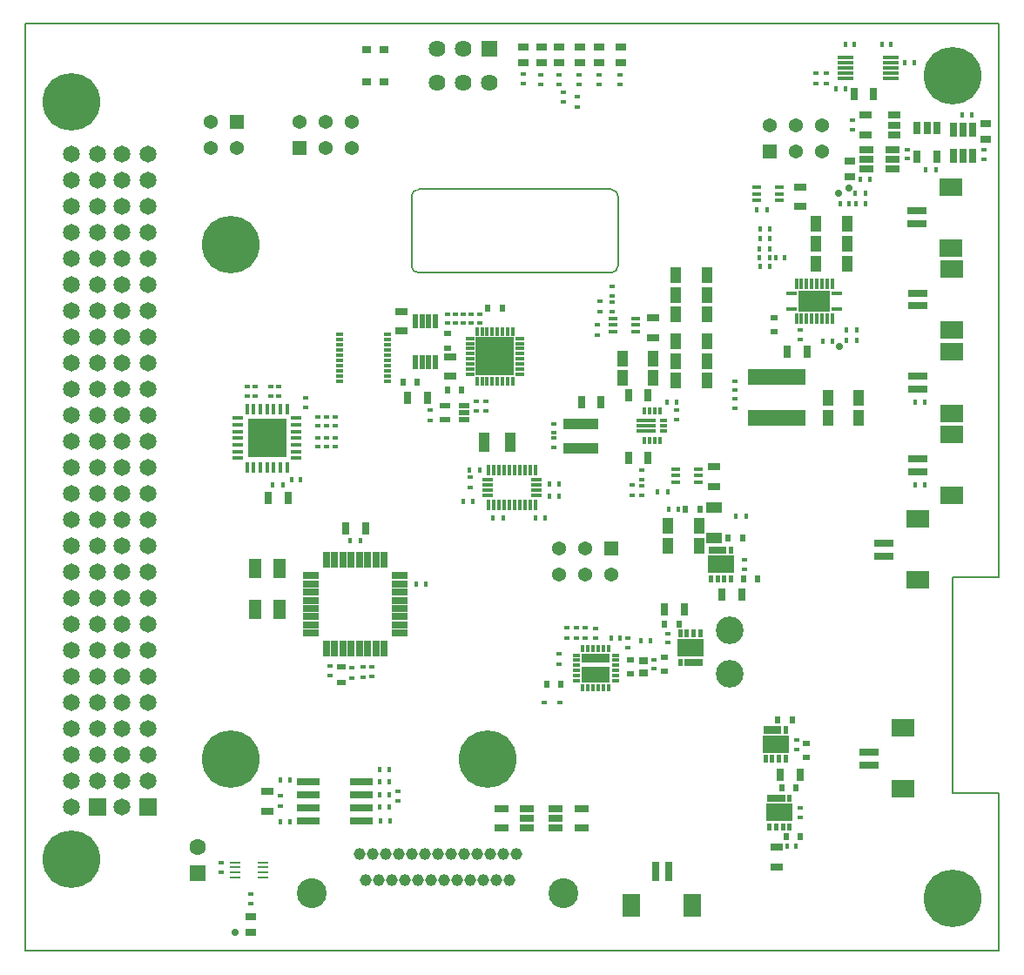
<source format=gts>
G04*
G04 #@! TF.GenerationSoftware,Altium Limited,Altium Designer,18.1.9 (240)*
G04*
G04 Layer_Color=8388736*
%FSLAX44Y44*%
%MOMM*%
G71*
G01*
G75*
%ADD16C,0.1520*%
%ADD21R,1.0000X1.6000*%
%ADD22R,0.8000X1.3000*%
%ADD23R,1.1112X0.2540*%
%ADD24R,1.6000X1.0000*%
%ADD25R,0.4500X0.6000*%
%ADD26R,0.4000X0.6000*%
%ADD27R,0.6000X0.8000*%
%ADD28R,1.3000X0.8000*%
%ADD32R,0.6000X0.4000*%
%ADD40R,0.8000X0.6000*%
%ADD41R,0.6000X0.4500*%
%ADD43R,0.5032X0.3556*%
%ADD48R,0.9000X0.5000*%
%ADD51R,0.7000X1.3000*%
%ADD57R,1.3000X0.7000*%
%ADD79R,0.4016X0.7016*%
%ADD80R,1.7016X0.7016*%
%ADD81R,2.5016X1.7016*%
%ADD82R,0.8016X1.9016*%
%ADD83R,1.7016X2.3016*%
%ADD84R,0.3616X1.0016*%
%ADD85R,1.0016X0.3616*%
%ADD86R,3.0516X2.0516*%
%ADD87C,0.7016*%
%ADD88R,0.9016X0.6516*%
%ADD89R,1.2016X0.7016*%
%ADD90R,0.8516X0.8016*%
%ADD91R,1.1416X0.4316*%
%ADD92R,0.4316X1.1416*%
%ADD93R,3.8016X3.8016*%
%ADD94R,2.3016X0.7016*%
%ADD95R,5.6016X1.5316*%
%ADD96R,1.0016X0.8016*%
%ADD97R,1.3716X0.6604*%
%ADD98R,1.5516X0.4016*%
%ADD99R,0.7016X1.2016*%
%ADD100R,0.6604X1.3716*%
%ADD101R,0.9416X0.3616*%
%ADD102R,0.3616X0.9416*%
%ADD103R,3.7016X3.7016*%
%ADD104R,0.5516X1.4516*%
%ADD105R,1.1016X0.5716*%
%ADD106R,1.1016X0.3516*%
%ADD107R,0.3516X1.1016*%
%ADD108R,3.5016X1.0816*%
%ADD109R,0.8016X0.4016*%
%ADD110R,1.9016X0.8016*%
%ADD111R,2.3016X1.7016*%
%ADD112R,1.3216X0.7016*%
%ADD113R,1.3016X1.9016*%
%ADD114R,1.6016X0.6516*%
%ADD115R,0.6516X1.6016*%
%ADD116R,1.1016X1.9016*%
%ADD117R,0.9516X0.4516*%
%ADD118R,0.3416X0.7016*%
%ADD119R,0.7016X0.3416*%
%ADD120R,1.8916X0.3216*%
%ADD121R,2.8016X0.9516*%
%ADD122R,2.8016X1.5516*%
%ADD123R,0.3416X0.6766*%
%ADD124R,0.6766X0.3416*%
%ADD125C,1.1684*%
%ADD126C,2.8956*%
%ADD127C,1.3716*%
%ADD128R,1.3716X1.3716*%
%ADD129R,1.6256X1.6256*%
%ADD130C,1.6256*%
%ADD131C,2.6924*%
%ADD132R,1.6516X1.6516*%
%ADD133C,1.6516*%
%ADD134C,0.1016*%
%ADD135C,1.6016*%
%ADD136R,1.6016X1.6016*%
%ADD137C,5.6016*%
G36*
X745549Y144927D02*
X741140D01*
Y152320D01*
X745549D01*
Y144927D01*
D02*
G37*
G36*
X739043Y144925D02*
X721640D01*
Y152320D01*
X739043D01*
Y144925D01*
D02*
G37*
G36*
X745542Y116917D02*
X741140D01*
Y124320D01*
X745542D01*
Y116917D01*
D02*
G37*
G36*
X739048Y116894D02*
X734640D01*
Y124320D01*
X739048D01*
Y116894D01*
D02*
G37*
G36*
X726028Y116893D02*
X721640D01*
Y124320D01*
X726028D01*
Y116893D01*
D02*
G37*
G36*
X732538Y116889D02*
X728140D01*
Y124320D01*
X732538D01*
Y116889D01*
D02*
G37*
G36*
X741621Y211149D02*
X737213D01*
Y218542D01*
X741621D01*
Y211149D01*
D02*
G37*
G36*
X735115Y211147D02*
X717712D01*
Y218542D01*
X735115D01*
Y211147D01*
D02*
G37*
G36*
X741615Y183138D02*
X737213D01*
Y190541D01*
X741615D01*
Y183138D01*
D02*
G37*
G36*
X735121Y183115D02*
X730713D01*
Y190541D01*
X735121D01*
Y183115D01*
D02*
G37*
G36*
X722101Y183114D02*
X717712D01*
Y190541D01*
X722101D01*
Y183114D01*
D02*
G37*
G36*
X728611Y183111D02*
X724212D01*
Y190541D01*
X728611D01*
Y183111D01*
D02*
G37*
G36*
X658634Y304984D02*
X654246D01*
Y312411D01*
X658634D01*
Y304984D01*
D02*
G37*
G36*
X652134D02*
X647736D01*
Y312415D01*
X652134D01*
Y304984D01*
D02*
G37*
G36*
X645634D02*
X641226D01*
Y312410D01*
X645634D01*
Y304984D01*
D02*
G37*
G36*
X639134D02*
X634732D01*
Y312387D01*
X639134D01*
Y304984D01*
D02*
G37*
G36*
X658634Y276984D02*
X641231D01*
Y284379D01*
X658634D01*
Y276984D01*
D02*
G37*
G36*
X639134D02*
X634725D01*
Y284377D01*
X639134D01*
Y276984D01*
D02*
G37*
G36*
X688478Y386227D02*
X684070D01*
Y393620D01*
X688478D01*
Y386227D01*
D02*
G37*
G36*
X681972Y386225D02*
X664570D01*
Y393620D01*
X681972D01*
Y386225D01*
D02*
G37*
G36*
X688472Y358217D02*
X684070D01*
Y365620D01*
X688472D01*
Y358217D01*
D02*
G37*
G36*
X681978Y358194D02*
X677570D01*
Y365620D01*
X681978D01*
Y358194D01*
D02*
G37*
G36*
X668958Y358193D02*
X664570D01*
Y365620D01*
X668958D01*
Y358193D01*
D02*
G37*
G36*
X675468Y358189D02*
X671070D01*
Y365620D01*
X675468D01*
Y358189D01*
D02*
G37*
D16*
X576580Y733724D02*
G03*
X569484Y740820I-7096J0D01*
G01*
X382680Y740820D02*
G03*
X375604Y733744I-0J-7076D01*
G01*
X375604Y666558D02*
G03*
X382642Y659520I7038J0D01*
G01*
X569299Y659520D02*
G03*
X576580Y666801I0J7281D01*
G01*
X382680Y740820D02*
X569484Y740820D01*
X375604Y733744D02*
X375604Y666558D01*
X382642Y659520D02*
X569299Y659520D01*
X576580Y666801D02*
X576580Y733724D01*
X946658Y363220D02*
Y901700D01*
X0D02*
X946658D01*
X0Y0D02*
Y901700D01*
Y0D02*
X946658D01*
Y153670D01*
X901700D02*
X946658D01*
X901700D02*
Y363220D01*
X946658D01*
D21*
X655080Y394138D02*
D03*
X625080D02*
D03*
X655080Y413258D02*
D03*
X625080D02*
D03*
X662616Y657338D02*
D03*
X632616D02*
D03*
X662616Y638275D02*
D03*
X632616D02*
D03*
X662616Y619212D02*
D03*
X632616D02*
D03*
X580630Y576250D02*
D03*
X610630D02*
D03*
X580630Y557700D02*
D03*
X610630D02*
D03*
X799133Y687914D02*
D03*
X769133D02*
D03*
X799133Y668169D02*
D03*
X769133D02*
D03*
X799133Y707659D02*
D03*
X769133D02*
D03*
X632616Y592813D02*
D03*
X662616D02*
D03*
X632616Y573750D02*
D03*
X662616D02*
D03*
X632616Y554687D02*
D03*
X662616D02*
D03*
X780465Y518411D02*
D03*
X810465D02*
D03*
X780465Y538168D02*
D03*
X810465D02*
D03*
D22*
X824840Y833120D02*
D03*
X805840D02*
D03*
X372046Y538374D02*
D03*
X391046D02*
D03*
X236359Y440704D02*
D03*
X255359D02*
D03*
X605751Y540690D02*
D03*
X586751D02*
D03*
X330748Y410718D02*
D03*
X311748D02*
D03*
X734472Y171744D02*
D03*
X753472D02*
D03*
X605751Y479730D02*
D03*
X586751D02*
D03*
X677824Y347050D02*
D03*
X696824D02*
D03*
X640944Y332204D02*
D03*
X621944D02*
D03*
D23*
X230924Y71240D02*
D03*
Y76240D02*
D03*
Y81240D02*
D03*
Y86240D02*
D03*
X203924D02*
D03*
Y81240D02*
D03*
Y76240D02*
D03*
Y71240D02*
D03*
D24*
X669828Y401560D02*
D03*
Y431560D02*
D03*
D25*
X690894Y422640D02*
D03*
X700894D02*
D03*
X240446Y453404D02*
D03*
X250446D02*
D03*
X798553Y604187D02*
D03*
X808553D02*
D03*
X798553Y594027D02*
D03*
X808553D02*
D03*
X785360Y593217D02*
D03*
X775360D02*
D03*
X797994Y838200D02*
D03*
X787994D02*
D03*
X614760Y446859D02*
D03*
X624760D02*
D03*
X721304Y720700D02*
D03*
X711304D02*
D03*
X316248Y398780D02*
D03*
X326248D02*
D03*
X875444Y759460D02*
D03*
X885444D02*
D03*
X431880Y467900D02*
D03*
X441880D02*
D03*
X454804Y421000D02*
D03*
X464804D02*
D03*
X807137Y736600D02*
D03*
X817137D02*
D03*
X713633Y674208D02*
D03*
X723633D02*
D03*
X713633Y682797D02*
D03*
X723633D02*
D03*
D26*
X625968Y429260D02*
D03*
X634968D02*
D03*
X740784Y101600D02*
D03*
X749784D02*
D03*
X821440Y750206D02*
D03*
X812440D02*
D03*
X797244Y881700D02*
D03*
X806244D02*
D03*
X258950Y458400D02*
D03*
X267950D02*
D03*
X380248Y357104D02*
D03*
X389248D02*
D03*
X354034Y176144D02*
D03*
X345034D02*
D03*
Y164714D02*
D03*
X354034D02*
D03*
Y152014D02*
D03*
X345034D02*
D03*
X354044Y139834D02*
D03*
X345044D02*
D03*
X345614Y126614D02*
D03*
X354614D02*
D03*
X257514Y165984D02*
D03*
X248514D02*
D03*
X257514Y125344D02*
D03*
X248514D02*
D03*
X841804Y881700D02*
D03*
X832804D02*
D03*
X864544Y863600D02*
D03*
X855544D02*
D03*
X911424Y812800D02*
D03*
X920424D02*
D03*
X510104Y454277D02*
D03*
X519104D02*
D03*
X569489Y304264D02*
D03*
X578489D02*
D03*
X608004Y301724D02*
D03*
X599004D02*
D03*
X865704Y453400D02*
D03*
X874704D02*
D03*
X865704Y533400D02*
D03*
X874704D02*
D03*
X426284Y436880D02*
D03*
X435284D02*
D03*
X505354Y421000D02*
D03*
X496354D02*
D03*
X519104Y441960D02*
D03*
X510104D02*
D03*
X807940Y726440D02*
D03*
X816940D02*
D03*
X723883Y693237D02*
D03*
X714883D02*
D03*
X723883Y665619D02*
D03*
X714883D02*
D03*
X738630Y674208D02*
D03*
X729630D02*
D03*
X792397Y726440D02*
D03*
X801397D02*
D03*
X723883Y701826D02*
D03*
X714883D02*
D03*
X624404Y533400D02*
D03*
X633404D02*
D03*
D27*
X642030Y429260D02*
D03*
X656030D02*
D03*
X753876Y110980D02*
D03*
X739876D02*
D03*
X749456Y158280D02*
D03*
X735456D02*
D03*
X712371Y361920D02*
D03*
X698371D02*
D03*
X449720Y625280D02*
D03*
X463720D02*
D03*
X367334Y553324D02*
D03*
X381334D02*
D03*
X424514Y545778D02*
D03*
X410514D02*
D03*
X745972Y225084D02*
D03*
X731972D02*
D03*
X697399Y401320D02*
D03*
X683399D02*
D03*
X621904Y318044D02*
D03*
X635904D02*
D03*
X506884Y259708D02*
D03*
X520884D02*
D03*
D28*
X730340Y100940D02*
D03*
Y81940D02*
D03*
X235234Y136164D02*
D03*
Y155164D02*
D03*
X365500Y622148D02*
D03*
Y603148D02*
D03*
X413330Y558748D02*
D03*
Y577748D02*
D03*
D32*
X753876Y138920D02*
D03*
Y129920D02*
D03*
X699304Y380620D02*
D03*
Y371620D02*
D03*
X301390Y519664D02*
D03*
Y510664D02*
D03*
X272978Y528660D02*
D03*
Y537660D02*
D03*
X215908Y548699D02*
D03*
Y539699D02*
D03*
X223528Y548699D02*
D03*
Y539699D02*
D03*
X239060Y548699D02*
D03*
Y539699D02*
D03*
X246680Y548699D02*
D03*
Y539699D02*
D03*
X292958Y510704D02*
D03*
Y519704D02*
D03*
X284814Y510744D02*
D03*
Y519744D02*
D03*
X292958Y490383D02*
D03*
Y499383D02*
D03*
X284814Y490384D02*
D03*
Y499384D02*
D03*
X301390Y490344D02*
D03*
Y499344D02*
D03*
X296198Y267864D02*
D03*
Y276864D02*
D03*
X337378Y267264D02*
D03*
Y276264D02*
D03*
X690270Y554379D02*
D03*
Y545379D02*
D03*
Y537179D02*
D03*
Y528179D02*
D03*
X753910Y594628D02*
D03*
Y603628D02*
D03*
X518832Y851973D02*
D03*
Y842973D02*
D03*
X501527Y851973D02*
D03*
Y842973D02*
D03*
X484509Y852973D02*
D03*
Y843973D02*
D03*
X538443Y851973D02*
D03*
Y842973D02*
D03*
X557780Y851973D02*
D03*
Y842973D02*
D03*
X578595Y851973D02*
D03*
Y842973D02*
D03*
X523403Y835080D02*
D03*
Y826080D02*
D03*
X857504Y779460D02*
D03*
Y770460D02*
D03*
X932180Y770300D02*
D03*
Y779300D02*
D03*
X513649Y512871D02*
D03*
Y503871D02*
D03*
Y498700D02*
D03*
Y489700D02*
D03*
X438904Y525499D02*
D03*
Y534499D02*
D03*
X441706Y610590D02*
D03*
Y619590D02*
D03*
X433832D02*
D03*
Y610590D02*
D03*
X426281Y619590D02*
D03*
Y610590D02*
D03*
X418473Y619590D02*
D03*
Y610590D02*
D03*
X410464Y619590D02*
D03*
Y610590D02*
D03*
X624654Y299734D02*
D03*
Y308734D02*
D03*
X750093Y196341D02*
D03*
Y205341D02*
D03*
X554864Y304234D02*
D03*
Y313234D02*
D03*
X611767Y274364D02*
D03*
Y283364D02*
D03*
X570484Y630876D02*
D03*
Y621876D02*
D03*
X633730Y525728D02*
D03*
Y516728D02*
D03*
X570484Y645950D02*
D03*
Y636950D02*
D03*
X599484Y452302D02*
D03*
Y443302D02*
D03*
X599520Y467536D02*
D03*
Y458536D02*
D03*
X190500Y85740D02*
D03*
Y76740D02*
D03*
X219649Y55400D02*
D03*
Y46400D02*
D03*
D40*
X728252Y616288D02*
D03*
Y602288D02*
D03*
X410972Y600598D02*
D03*
Y586598D02*
D03*
X759613Y202104D02*
D03*
Y188104D02*
D03*
X621284Y285868D02*
D03*
Y271868D02*
D03*
X588264Y283324D02*
D03*
Y269324D02*
D03*
D41*
X804164Y798373D02*
D03*
Y808373D02*
D03*
X328508Y276124D02*
D03*
Y266124D02*
D03*
X317782Y275564D02*
D03*
Y265564D02*
D03*
X362844Y145664D02*
D03*
Y155664D02*
D03*
X247904Y140724D02*
D03*
Y150724D02*
D03*
X779034Y853758D02*
D03*
Y843758D02*
D03*
X768874Y853758D02*
D03*
Y843758D02*
D03*
X537188Y820983D02*
D03*
Y830983D02*
D03*
X556260Y598981D02*
D03*
Y608981D02*
D03*
X448048Y534999D02*
D03*
Y524999D02*
D03*
X393768Y515828D02*
D03*
Y525828D02*
D03*
X518964Y288944D02*
D03*
Y278944D02*
D03*
X585724Y304734D02*
D03*
Y294734D02*
D03*
X526570Y314344D02*
D03*
Y304344D02*
D03*
X535739Y314344D02*
D03*
Y304344D02*
D03*
X544364Y314344D02*
D03*
Y304344D02*
D03*
X432364Y460780D02*
D03*
Y450780D02*
D03*
X559054Y622126D02*
D03*
Y632126D02*
D03*
X590098Y443552D02*
D03*
Y453552D02*
D03*
D43*
X519581Y241272D02*
D03*
X504547D02*
D03*
D48*
X307238Y261184D02*
D03*
Y276184D02*
D03*
D51*
X741324Y582510D02*
D03*
X760324D02*
D03*
X541089Y533451D02*
D03*
X560089D02*
D03*
D57*
X610713Y596675D02*
D03*
Y615675D02*
D03*
X753910Y724248D02*
D03*
Y743248D02*
D03*
X669828Y451904D02*
D03*
Y470904D02*
D03*
D79*
X723840Y120620D02*
D03*
X730340D02*
D03*
X736840D02*
D03*
X743340D02*
D03*
Y148620D02*
D03*
X719912Y186842D02*
D03*
X726413D02*
D03*
X732913D02*
D03*
X739413D02*
D03*
Y214841D02*
D03*
X666770Y361920D02*
D03*
X673270D02*
D03*
X679770D02*
D03*
X686270D02*
D03*
Y389920D02*
D03*
X656434Y308684D02*
D03*
X649934D02*
D03*
X643434D02*
D03*
X636934D02*
D03*
Y280684D02*
D03*
D80*
X730340Y148620D02*
D03*
X726413Y214841D02*
D03*
X673270Y389920D02*
D03*
X649934Y280684D02*
D03*
D81*
X733590Y134620D02*
D03*
X729662Y200842D02*
D03*
X676520Y375920D02*
D03*
X646684Y294684D02*
D03*
D82*
X613030Y77380D02*
D03*
X625530D02*
D03*
D83*
X589530Y44380D02*
D03*
X649030D02*
D03*
D84*
X784863Y615418D02*
D03*
X749863Y649118D02*
D03*
Y615418D02*
D03*
X754863D02*
D03*
X759863D02*
D03*
X764863D02*
D03*
X769863D02*
D03*
X774863D02*
D03*
X779863D02*
D03*
X784863Y649118D02*
D03*
X779863D02*
D03*
X774863D02*
D03*
X769863D02*
D03*
X764863D02*
D03*
X759863D02*
D03*
X754863D02*
D03*
D85*
X789212Y624768D02*
D03*
X745513Y639768D02*
D03*
Y624768D02*
D03*
X789212Y639768D02*
D03*
D86*
X767363Y632268D02*
D03*
D87*
X791000Y736900D02*
D03*
X801060Y742380D02*
D03*
X791708Y587714D02*
D03*
X203924Y18000D02*
D03*
D88*
X600964Y282574D02*
D03*
Y270074D02*
D03*
D89*
X816940Y793873D02*
D03*
Y812873D02*
D03*
X844940D02*
D03*
Y803373D02*
D03*
Y793873D02*
D03*
D90*
X348728Y877060D02*
D03*
Y845060D02*
D03*
X332228D02*
D03*
Y877060D02*
D03*
D91*
X263450Y479214D02*
D03*
Y485714D02*
D03*
Y492214D02*
D03*
Y498714D02*
D03*
Y505214D02*
D03*
Y511714D02*
D03*
Y518214D02*
D03*
X206750D02*
D03*
Y511714D02*
D03*
Y505214D02*
D03*
Y498714D02*
D03*
Y492214D02*
D03*
Y485714D02*
D03*
Y479214D02*
D03*
D92*
X215600Y470364D02*
D03*
X222100D02*
D03*
X228600D02*
D03*
X235100D02*
D03*
X241600D02*
D03*
X248100D02*
D03*
X254600D02*
D03*
Y527064D02*
D03*
X248100D02*
D03*
X241600D02*
D03*
X235100D02*
D03*
X228600D02*
D03*
X222100D02*
D03*
X215600D02*
D03*
D93*
X235100Y498714D02*
D03*
D94*
X275274Y152014D02*
D03*
X327274D02*
D03*
X275274Y164714D02*
D03*
Y139314D02*
D03*
Y126614D02*
D03*
X327274Y164714D02*
D03*
Y139314D02*
D03*
Y126614D02*
D03*
D95*
X730504Y518280D02*
D03*
Y558680D02*
D03*
D96*
X538998Y864163D02*
D03*
Y879163D02*
D03*
X519489Y864163D02*
D03*
Y879163D02*
D03*
X502285Y864163D02*
D03*
Y879163D02*
D03*
X484761Y864163D02*
D03*
Y879163D02*
D03*
X558233Y864163D02*
D03*
Y879163D02*
D03*
X578947Y864163D02*
D03*
Y879163D02*
D03*
X933704Y789730D02*
D03*
Y804730D02*
D03*
X219649Y33000D02*
D03*
Y18000D02*
D03*
X801853Y768446D02*
D03*
Y753446D02*
D03*
D97*
X817790Y760795D02*
D03*
Y770193D02*
D03*
Y779591D02*
D03*
X843698D02*
D03*
Y770193D02*
D03*
Y760795D02*
D03*
D98*
X841994Y848758D02*
D03*
Y853758D02*
D03*
Y858758D02*
D03*
Y863758D02*
D03*
Y868758D02*
D03*
X797994Y848758D02*
D03*
Y853758D02*
D03*
Y858758D02*
D03*
Y863758D02*
D03*
Y868758D02*
D03*
D99*
X886444Y772216D02*
D03*
X867444D02*
D03*
Y800216D02*
D03*
X876944D02*
D03*
X886444D02*
D03*
D100*
X921242Y773066D02*
D03*
X911844D02*
D03*
X902446D02*
D03*
Y798974D02*
D03*
X911844D02*
D03*
X921242D02*
D03*
D101*
X481070Y560908D02*
D03*
Y565908D02*
D03*
Y570908D02*
D03*
Y575908D02*
D03*
Y580908D02*
D03*
Y585908D02*
D03*
Y590908D02*
D03*
Y595908D02*
D03*
X432370D02*
D03*
Y590908D02*
D03*
Y585908D02*
D03*
Y580908D02*
D03*
Y575908D02*
D03*
Y570908D02*
D03*
Y565908D02*
D03*
Y560908D02*
D03*
D102*
X439220Y554058D02*
D03*
X444220D02*
D03*
X449220D02*
D03*
X454220D02*
D03*
X459220D02*
D03*
X464220D02*
D03*
X469220D02*
D03*
X474220D02*
D03*
Y602758D02*
D03*
X469220D02*
D03*
X464220D02*
D03*
X459220D02*
D03*
X454220D02*
D03*
X449220D02*
D03*
X444220D02*
D03*
X439220D02*
D03*
D103*
X456720Y578408D02*
D03*
D104*
X379500Y572640D02*
D03*
X386000D02*
D03*
X392500D02*
D03*
X399000D02*
D03*
X379500Y612140D02*
D03*
X386000D02*
D03*
X392500D02*
D03*
X399000D02*
D03*
D105*
X426572Y517200D02*
D03*
Y530200D02*
D03*
X408572Y517200D02*
D03*
Y530200D02*
D03*
X426572Y523700D02*
D03*
D106*
X497404Y458400D02*
D03*
Y453400D02*
D03*
Y448400D02*
D03*
Y443400D02*
D03*
X449404Y458400D02*
D03*
Y453400D02*
D03*
Y448400D02*
D03*
Y443400D02*
D03*
D107*
X450904Y433900D02*
D03*
X455904D02*
D03*
X460904D02*
D03*
X465904D02*
D03*
X470904D02*
D03*
X475904D02*
D03*
X480904D02*
D03*
X485904D02*
D03*
X490904D02*
D03*
X495904D02*
D03*
Y467900D02*
D03*
X490904D02*
D03*
X485904D02*
D03*
X480904D02*
D03*
X475904D02*
D03*
X470904D02*
D03*
X465904D02*
D03*
X460904D02*
D03*
X455904D02*
D03*
X450904D02*
D03*
D108*
X540428Y512593D02*
D03*
Y488893D02*
D03*
D109*
X351900Y599400D02*
D03*
X305900D02*
D03*
X351900Y594400D02*
D03*
X305900D02*
D03*
X351900Y589400D02*
D03*
X305900D02*
D03*
X351900Y584400D02*
D03*
X305900D02*
D03*
X351900Y579400D02*
D03*
X305900D02*
D03*
X351900Y574400D02*
D03*
X305900D02*
D03*
X351900Y569400D02*
D03*
X305900D02*
D03*
X351900Y564400D02*
D03*
X305900D02*
D03*
X351900Y559400D02*
D03*
X305900D02*
D03*
X351900Y554400D02*
D03*
X305900D02*
D03*
D110*
X867340Y707248D02*
D03*
Y719748D02*
D03*
X868070Y627481D02*
D03*
Y639981D02*
D03*
Y559011D02*
D03*
Y546511D02*
D03*
Y478766D02*
D03*
Y466266D02*
D03*
X834984Y396680D02*
D03*
Y384180D02*
D03*
X820440Y193480D02*
D03*
Y180980D02*
D03*
D111*
X900340Y683748D02*
D03*
Y743248D02*
D03*
X901070Y603981D02*
D03*
Y663481D02*
D03*
Y582510D02*
D03*
Y523011D02*
D03*
Y502266D02*
D03*
Y442766D02*
D03*
X867984Y420180D02*
D03*
Y360680D02*
D03*
X853440Y216980D02*
D03*
Y157480D02*
D03*
D112*
X462849Y119736D02*
D03*
Y138736D02*
D03*
X487749D02*
D03*
Y129236D02*
D03*
Y119736D02*
D03*
X540770Y138720D02*
D03*
Y119720D02*
D03*
X515870D02*
D03*
Y129220D02*
D03*
Y138720D02*
D03*
D113*
X247228Y372344D02*
D03*
Y332344D02*
D03*
X223228D02*
D03*
Y372344D02*
D03*
D114*
X364068Y365104D02*
D03*
Y357104D02*
D03*
Y349104D02*
D03*
Y341104D02*
D03*
Y333104D02*
D03*
Y325104D02*
D03*
Y317104D02*
D03*
Y309104D02*
D03*
X278068D02*
D03*
Y317104D02*
D03*
Y325104D02*
D03*
Y333104D02*
D03*
Y341104D02*
D03*
Y349104D02*
D03*
Y357104D02*
D03*
Y365104D02*
D03*
D115*
X349068Y294104D02*
D03*
X341068D02*
D03*
X333068D02*
D03*
X325068D02*
D03*
X317068D02*
D03*
X309068D02*
D03*
X301068D02*
D03*
X293068D02*
D03*
Y380104D02*
D03*
X301068D02*
D03*
X309068D02*
D03*
X317068D02*
D03*
X325068D02*
D03*
X333068D02*
D03*
X341068D02*
D03*
X349068D02*
D03*
D116*
X471678Y495050D02*
D03*
X446678D02*
D03*
D117*
X571255Y615374D02*
D03*
Y608875D02*
D03*
Y602374D02*
D03*
X593255D02*
D03*
Y608875D02*
D03*
Y615374D02*
D03*
X632434Y468780D02*
D03*
Y462280D02*
D03*
Y455780D02*
D03*
X654434D02*
D03*
Y462280D02*
D03*
Y468780D02*
D03*
X711590Y742788D02*
D03*
Y736288D02*
D03*
Y729788D02*
D03*
X733590D02*
D03*
Y736288D02*
D03*
Y742788D02*
D03*
D118*
X601951Y524885D02*
D03*
X606951D02*
D03*
X611951D02*
D03*
X616951D02*
D03*
Y496885D02*
D03*
X611951D02*
D03*
X606951D02*
D03*
X601951D02*
D03*
D119*
X620951Y515885D02*
D03*
Y510885D02*
D03*
Y505885D02*
D03*
D120*
X603901Y505985D02*
D03*
Y510885D02*
D03*
Y515785D02*
D03*
D121*
X554864Y284553D02*
D03*
D122*
Y269053D02*
D03*
D123*
X567364Y256178D02*
D03*
X562364D02*
D03*
X557364D02*
D03*
X552364D02*
D03*
X547364D02*
D03*
X542364D02*
D03*
Y294428D02*
D03*
X547364D02*
D03*
X552364D02*
D03*
X557364D02*
D03*
X562364D02*
D03*
X567364D02*
D03*
D124*
X535739Y262803D02*
D03*
Y267803D02*
D03*
Y272803D02*
D03*
Y277803D02*
D03*
Y282803D02*
D03*
Y287803D02*
D03*
X573989D02*
D03*
Y282803D02*
D03*
Y277803D02*
D03*
Y272803D02*
D03*
Y267803D02*
D03*
Y262803D02*
D03*
D125*
X331154Y68800D02*
D03*
X343854D02*
D03*
X356554D02*
D03*
X369254D02*
D03*
X381954D02*
D03*
X394654D02*
D03*
X407354D02*
D03*
X420054D02*
D03*
X432754D02*
D03*
X445454D02*
D03*
X458154D02*
D03*
X470854D02*
D03*
X324804Y94200D02*
D03*
X337504D02*
D03*
X350204D02*
D03*
X362904D02*
D03*
X375604D02*
D03*
X388304D02*
D03*
X401004D02*
D03*
X413704D02*
D03*
X426404D02*
D03*
X439104D02*
D03*
X451804D02*
D03*
X464504D02*
D03*
X477204D02*
D03*
D126*
X523559Y56100D02*
D03*
X278449D02*
D03*
D127*
X774700Y777973D02*
D03*
Y803373D02*
D03*
X749300Y777973D02*
D03*
Y803373D02*
D03*
X723900D02*
D03*
X180340Y806573D02*
D03*
Y781173D02*
D03*
X205740D02*
D03*
X266534Y806573D02*
D03*
X291934D02*
D03*
Y781173D02*
D03*
X317334Y806573D02*
D03*
Y781173D02*
D03*
X518964Y391160D02*
D03*
Y365760D02*
D03*
X544364Y391160D02*
D03*
Y365760D02*
D03*
X569764D02*
D03*
D128*
X723900Y777973D02*
D03*
X205740Y806573D02*
D03*
X266534Y781173D02*
D03*
X569764Y391160D02*
D03*
D129*
X451104Y877570D02*
D03*
D130*
X425704D02*
D03*
X400304D02*
D03*
X451104Y844550D02*
D03*
X425704D02*
D03*
X400304D02*
D03*
D131*
X684850Y311590D02*
D03*
Y269680D02*
D03*
D132*
X70104Y139800D02*
D03*
X119604D02*
D03*
D133*
X70104Y165200D02*
D03*
Y190600D02*
D03*
Y216000D02*
D03*
Y241400D02*
D03*
Y266800D02*
D03*
Y292200D02*
D03*
Y317600D02*
D03*
Y343000D02*
D03*
Y368400D02*
D03*
Y393800D02*
D03*
Y419200D02*
D03*
Y444600D02*
D03*
Y470000D02*
D03*
Y495400D02*
D03*
Y520800D02*
D03*
Y546200D02*
D03*
Y571600D02*
D03*
Y597000D02*
D03*
Y622400D02*
D03*
Y647800D02*
D03*
Y673200D02*
D03*
Y698600D02*
D03*
Y724000D02*
D03*
Y749400D02*
D03*
Y774800D02*
D03*
X44704Y139800D02*
D03*
Y165200D02*
D03*
Y190600D02*
D03*
Y216000D02*
D03*
Y241400D02*
D03*
Y266800D02*
D03*
Y292200D02*
D03*
Y317600D02*
D03*
Y343000D02*
D03*
Y368400D02*
D03*
Y393800D02*
D03*
Y419200D02*
D03*
Y444600D02*
D03*
Y470000D02*
D03*
Y495400D02*
D03*
Y520800D02*
D03*
Y546200D02*
D03*
Y571600D02*
D03*
Y597000D02*
D03*
Y622400D02*
D03*
Y647800D02*
D03*
Y673200D02*
D03*
Y698600D02*
D03*
Y724000D02*
D03*
Y749400D02*
D03*
Y774800D02*
D03*
X119604Y165200D02*
D03*
Y190600D02*
D03*
Y216000D02*
D03*
Y241400D02*
D03*
Y266800D02*
D03*
Y292200D02*
D03*
Y317600D02*
D03*
Y343000D02*
D03*
Y368400D02*
D03*
Y393800D02*
D03*
Y419200D02*
D03*
Y444600D02*
D03*
Y470000D02*
D03*
Y495400D02*
D03*
Y520800D02*
D03*
Y546200D02*
D03*
Y571600D02*
D03*
Y597000D02*
D03*
Y622400D02*
D03*
Y647800D02*
D03*
Y673200D02*
D03*
Y698600D02*
D03*
Y724000D02*
D03*
Y749400D02*
D03*
Y774800D02*
D03*
X94204Y139800D02*
D03*
Y165200D02*
D03*
Y190600D02*
D03*
Y216000D02*
D03*
Y241400D02*
D03*
Y266800D02*
D03*
Y292200D02*
D03*
Y317600D02*
D03*
Y343000D02*
D03*
Y368400D02*
D03*
Y393800D02*
D03*
Y419200D02*
D03*
Y444600D02*
D03*
Y470000D02*
D03*
Y495400D02*
D03*
Y520800D02*
D03*
Y546200D02*
D03*
Y571600D02*
D03*
Y597000D02*
D03*
Y622400D02*
D03*
Y647800D02*
D03*
Y673200D02*
D03*
Y698600D02*
D03*
Y724000D02*
D03*
Y749400D02*
D03*
Y774800D02*
D03*
D134*
X328900Y608900D02*
D03*
Y544900D02*
D03*
D135*
X167864Y101384D02*
D03*
D136*
Y75984D02*
D03*
D137*
X902004Y50800D02*
D03*
Y850900D02*
D03*
X200000Y186700D02*
D03*
X450000D02*
D03*
X200000Y686700D02*
D03*
X44704Y825500D02*
D03*
Y88900D02*
D03*
M02*

</source>
